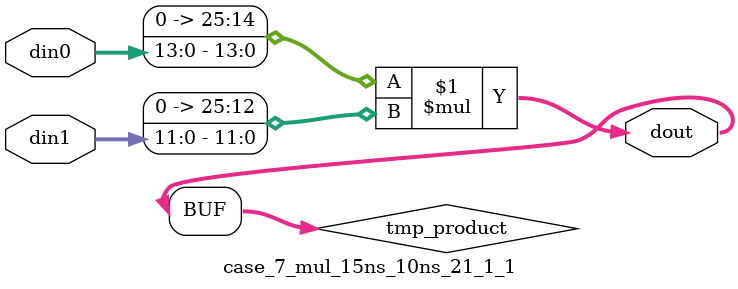
<source format=v>

`timescale 1 ns / 1 ps

 (* use_dsp = "no" *)  module case_7_mul_15ns_10ns_21_1_1(din0, din1, dout);
parameter ID = 1;
parameter NUM_STAGE = 0;
parameter din0_WIDTH = 14;
parameter din1_WIDTH = 12;
parameter dout_WIDTH = 26;

input [din0_WIDTH - 1 : 0] din0; 
input [din1_WIDTH - 1 : 0] din1; 
output [dout_WIDTH - 1 : 0] dout;

wire signed [dout_WIDTH - 1 : 0] tmp_product;
























assign tmp_product = $signed({1'b0, din0}) * $signed({1'b0, din1});











assign dout = tmp_product;





















endmodule

</source>
